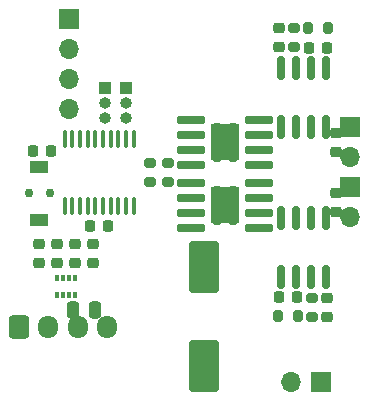
<source format=gbr>
%TF.GenerationSoftware,KiCad,Pcbnew,7.0.8*%
%TF.CreationDate,2024-06-01T15:01:04+09:00*%
%TF.ProjectId,BDCM_Driver_v1,4244434d-5f44-4726-9976-65725f76312e,rev?*%
%TF.SameCoordinates,PXaac6430PY8670810*%
%TF.FileFunction,Soldermask,Top*%
%TF.FilePolarity,Negative*%
%FSLAX46Y46*%
G04 Gerber Fmt 4.6, Leading zero omitted, Abs format (unit mm)*
G04 Created by KiCad (PCBNEW 7.0.8) date 2024-06-01 15:01:04*
%MOMM*%
%LPD*%
G01*
G04 APERTURE LIST*
G04 Aperture macros list*
%AMRoundRect*
0 Rectangle with rounded corners*
0 $1 Rounding radius*
0 $2 $3 $4 $5 $6 $7 $8 $9 X,Y pos of 4 corners*
0 Add a 4 corners polygon primitive as box body*
4,1,4,$2,$3,$4,$5,$6,$7,$8,$9,$2,$3,0*
0 Add four circle primitives for the rounded corners*
1,1,$1+$1,$2,$3*
1,1,$1+$1,$4,$5*
1,1,$1+$1,$6,$7*
1,1,$1+$1,$8,$9*
0 Add four rect primitives between the rounded corners*
20,1,$1+$1,$2,$3,$4,$5,0*
20,1,$1+$1,$4,$5,$6,$7,0*
20,1,$1+$1,$6,$7,$8,$9,0*
20,1,$1+$1,$8,$9,$2,$3,0*%
G04 Aperture macros list end*
%ADD10R,2.400000X3.100000*%
%ADD11RoundRect,0.070000X-1.100000X-0.250000X1.100000X-0.250000X1.100000X0.250000X-1.100000X0.250000X0*%
%ADD12C,0.770000*%
%ADD13R,1.000000X1.000000*%
%ADD14O,1.000000X1.000000*%
%ADD15RoundRect,0.200000X0.275000X-0.200000X0.275000X0.200000X-0.275000X0.200000X-0.275000X-0.200000X0*%
%ADD16RoundRect,0.225000X-0.250000X0.225000X-0.250000X-0.225000X0.250000X-0.225000X0.250000X0.225000X0*%
%ADD17RoundRect,0.200000X0.200000X0.275000X-0.200000X0.275000X-0.200000X-0.275000X0.200000X-0.275000X0*%
%ADD18RoundRect,0.200000X-0.275000X0.200000X-0.275000X-0.200000X0.275000X-0.200000X0.275000X0.200000X0*%
%ADD19RoundRect,0.100000X0.100000X-0.637500X0.100000X0.637500X-0.100000X0.637500X-0.100000X-0.637500X0*%
%ADD20RoundRect,0.218750X0.256250X-0.218750X0.256250X0.218750X-0.256250X0.218750X-0.256250X-0.218750X0*%
%ADD21R,1.700000X1.700000*%
%ADD22O,1.700000X1.700000*%
%ADD23RoundRect,0.250000X-0.250000X-0.475000X0.250000X-0.475000X0.250000X0.475000X-0.250000X0.475000X0*%
%ADD24RoundRect,0.150000X-0.150000X0.825000X-0.150000X-0.825000X0.150000X-0.825000X0.150000X0.825000X0*%
%ADD25RoundRect,0.150000X0.150000X-0.825000X0.150000X0.825000X-0.150000X0.825000X-0.150000X-0.825000X0*%
%ADD26RoundRect,0.250000X1.000000X-1.950000X1.000000X1.950000X-1.000000X1.950000X-1.000000X-1.950000X0*%
%ADD27RoundRect,0.225000X0.250000X-0.225000X0.250000X0.225000X-0.250000X0.225000X-0.250000X-0.225000X0*%
%ADD28C,0.750000*%
%ADD29R,1.600000X1.050000*%
%ADD30RoundRect,0.225000X-0.225000X-0.250000X0.225000X-0.250000X0.225000X0.250000X-0.225000X0.250000X0*%
%ADD31RoundRect,0.250000X-0.600000X-0.725000X0.600000X-0.725000X0.600000X0.725000X-0.600000X0.725000X0*%
%ADD32O,1.700000X1.950000*%
%ADD33R,0.304800X0.584200*%
%ADD34RoundRect,0.200000X-0.200000X-0.275000X0.200000X-0.275000X0.200000X0.275000X-0.200000X0.275000X0*%
%ADD35RoundRect,0.225000X0.225000X0.250000X-0.225000X0.250000X-0.225000X-0.250000X0.225000X-0.250000X0*%
G04 APERTURE END LIST*
D10*
%TO.C,U2*%
X-11938000Y21336000D03*
D11*
X-14813000Y23241000D03*
X-14813000Y21971000D03*
X-14813000Y20701000D03*
X-14813000Y19431000D03*
X-9063000Y19431000D03*
X-9063000Y20701000D03*
X-9063000Y21971000D03*
X-9063000Y23241000D03*
D12*
X-12588000Y22636000D03*
X-12588000Y21336000D03*
X-12588000Y20036000D03*
X-11288000Y22636000D03*
X-11288000Y21336000D03*
X-11288000Y20036000D03*
%TD*%
D10*
%TO.C,U5*%
X-11938000Y15997000D03*
D11*
X-14813000Y17902000D03*
X-14813000Y16632000D03*
X-14813000Y15362000D03*
X-14813000Y14092000D03*
X-9063000Y14092000D03*
X-9063000Y15362000D03*
X-9063000Y16632000D03*
X-9063000Y17902000D03*
D12*
X-12588000Y17297000D03*
X-12588000Y15997000D03*
X-12588000Y14697000D03*
X-11288000Y17297000D03*
X-11288000Y15997000D03*
X-11288000Y14697000D03*
%TD*%
D13*
%TO.C,J2*%
X-20320000Y25913000D03*
D14*
X-20320000Y24643000D03*
X-20320000Y23373000D03*
%TD*%
D15*
%TO.C,R5*%
X-18288000Y17971000D03*
X-18288000Y19621000D03*
%TD*%
D16*
%TO.C,C6*%
X-2540000Y22111000D03*
X-2540000Y20561000D03*
%TD*%
D17*
%TO.C,R4*%
X-5779000Y6604000D03*
X-7429000Y6604000D03*
%TD*%
D18*
%TO.C,TH1*%
X-16764000Y19621000D03*
X-16764000Y17971000D03*
%TD*%
D19*
%TO.C,U1*%
X-25531000Y15933500D03*
X-24881000Y15933500D03*
X-24231000Y15933500D03*
X-23581000Y15933500D03*
X-22931000Y15933500D03*
X-22281000Y15933500D03*
X-21631000Y15933500D03*
X-20981000Y15933500D03*
X-20331000Y15933500D03*
X-19681000Y15933500D03*
X-19681000Y21658500D03*
X-20331000Y21658500D03*
X-20981000Y21658500D03*
X-21631000Y21658500D03*
X-22281000Y21658500D03*
X-22931000Y21658500D03*
X-23581000Y21658500D03*
X-24231000Y21658500D03*
X-24881000Y21658500D03*
X-25531000Y21658500D03*
%TD*%
D20*
%TO.C,D5*%
X-27686000Y11150500D03*
X-27686000Y12725500D03*
%TD*%
D21*
%TO.C,J4*%
X-3810000Y1016000D03*
D22*
X-6350000Y1016000D03*
%TD*%
D20*
%TO.C,D2*%
X-23114000Y11150500D03*
X-23114000Y12725500D03*
%TD*%
D23*
%TO.C,C12*%
X-24826000Y7112000D03*
X-22926000Y7112000D03*
%TD*%
D24*
%TO.C,U6*%
X-3429000Y14921000D03*
X-4699000Y14921000D03*
X-5969000Y14921000D03*
X-7239000Y14921000D03*
X-7239000Y9971000D03*
X-5969000Y9971000D03*
X-4699000Y9971000D03*
X-3429000Y9971000D03*
%TD*%
D20*
%TO.C,D1*%
X-24638000Y11150500D03*
X-24638000Y12725500D03*
%TD*%
D25*
%TO.C,U3*%
X-7239000Y22671000D03*
X-5969000Y22671000D03*
X-4699000Y22671000D03*
X-3429000Y22671000D03*
X-3429000Y27621000D03*
X-4699000Y27621000D03*
X-5969000Y27621000D03*
X-7239000Y27621000D03*
%TD*%
D26*
%TO.C,C5*%
X-13716000Y2404000D03*
X-13716000Y10804000D03*
%TD*%
D27*
%TO.C,C2*%
X-7366000Y29451000D03*
X-7366000Y31001000D03*
%TD*%
D21*
%TO.C,J1*%
X-1327000Y22611000D03*
D22*
X-1327000Y20071000D03*
%TD*%
D21*
%TO.C,J7*%
X-1327000Y17531000D03*
D22*
X-1327000Y14991000D03*
%TD*%
D28*
%TO.C,SW1*%
X-26786000Y17018000D03*
X-28586000Y17018000D03*
D29*
X-27686000Y19243000D03*
X-27686000Y14793000D03*
%TD*%
D30*
%TO.C,C10*%
X-28207000Y20574000D03*
X-26657000Y20574000D03*
%TD*%
%TO.C,C3*%
X-4839000Y29337000D03*
X-3289000Y29337000D03*
%TD*%
D20*
%TO.C,D4*%
X-26162000Y11150500D03*
X-26162000Y12725500D03*
%TD*%
D31*
%TO.C,J5*%
X-29404000Y5736000D03*
D32*
X-26904000Y5736000D03*
X-24404000Y5736000D03*
X-21904000Y5736000D03*
%TD*%
D30*
%TO.C,C1*%
X-23381000Y14224000D03*
X-21831000Y14224000D03*
%TD*%
D16*
%TO.C,C8*%
X-3302000Y8141000D03*
X-3302000Y6591000D03*
%TD*%
D33*
%TO.C,RN3*%
X-26162000Y8432800D03*
X-26162000Y9855200D03*
X-25654000Y8432800D03*
X-25654000Y9855200D03*
X-25146000Y8432800D03*
X-25146000Y9855200D03*
X-24638000Y8432800D03*
X-24638000Y9855200D03*
%TD*%
D18*
%TO.C,R3*%
X-4572000Y8191000D03*
X-4572000Y6541000D03*
%TD*%
D13*
%TO.C,J6*%
X-22098000Y25913000D03*
D14*
X-22098000Y24643000D03*
X-22098000Y23373000D03*
%TD*%
D34*
%TO.C,R2*%
X-4889000Y30988000D03*
X-3239000Y30988000D03*
%TD*%
D16*
%TO.C,C11*%
X-2540000Y17031000D03*
X-2540000Y15481000D03*
%TD*%
D15*
%TO.C,R1*%
X-6096000Y29401000D03*
X-6096000Y31051000D03*
%TD*%
D21*
%TO.C,J3*%
X-25146000Y31750000D03*
D22*
X-25146000Y29210000D03*
X-25146000Y26670000D03*
X-25146000Y24130000D03*
%TD*%
D35*
%TO.C,C9*%
X-5829000Y8255000D03*
X-7379000Y8255000D03*
%TD*%
M02*

</source>
